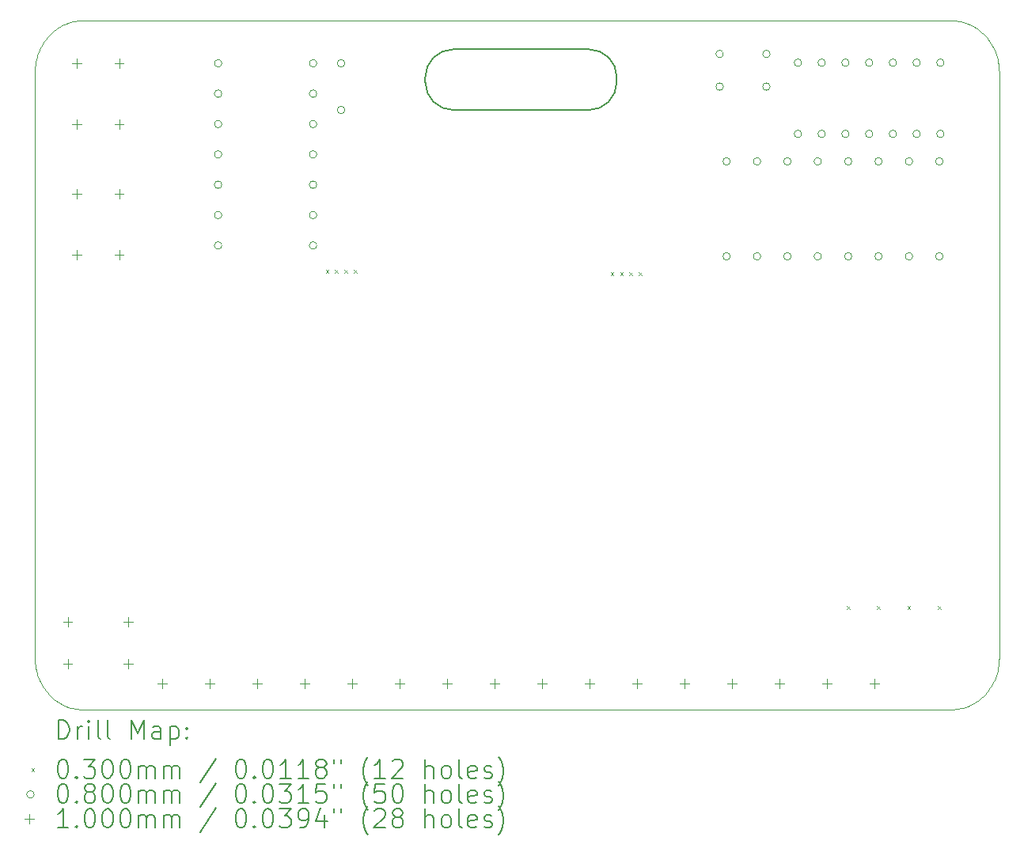
<source format=gbr>
%TF.GenerationSoftware,KiCad,Pcbnew,8.0.1*%
%TF.CreationDate,2024-04-19T02:30:14-04:00*%
%TF.ProjectId,hello-my-name-is,68656c6c-6f2d-46d7-992d-6e616d652d69,rev?*%
%TF.SameCoordinates,Original*%
%TF.FileFunction,Drillmap*%
%TF.FilePolarity,Positive*%
%FSLAX45Y45*%
G04 Gerber Fmt 4.5, Leading zero omitted, Abs format (unit mm)*
G04 Created by KiCad (PCBNEW 8.0.1) date 2024-04-19 02:30:14*
%MOMM*%
%LPD*%
G01*
G04 APERTURE LIST*
%ADD10C,0.200000*%
%ADD11C,0.100000*%
G04 APERTURE END LIST*
D10*
X14500000Y-6800000D02*
G75*
G02*
X14200000Y-6500000I0J300000D01*
G01*
X15950000Y-6150000D02*
G75*
G02*
X16250000Y-6450000I0J-300000D01*
G01*
X14200000Y-6500000D02*
X14200000Y-6450000D01*
X16250000Y-6450000D02*
X16250000Y-6500000D01*
X14200000Y-6450000D02*
G75*
G02*
X14500000Y-6150000I300000J0D01*
G01*
X14500000Y-6150000D02*
X15950000Y-6150000D01*
X15950000Y-6800000D02*
X14500000Y-6800000D01*
X16250000Y-6500000D02*
G75*
G02*
X15950000Y-6800000I-300000J0D01*
G01*
D11*
X19852247Y-5843356D02*
X19878363Y-5845499D01*
X19904099Y-5849027D01*
X19929423Y-5853905D01*
X19954302Y-5860100D01*
X19978705Y-5867575D01*
X20002599Y-5876297D01*
X20025952Y-5886230D01*
X20048731Y-5897340D01*
X20070905Y-5909591D01*
X20092440Y-5922949D01*
X20113304Y-5937379D01*
X20133466Y-5952846D01*
X20152893Y-5969315D01*
X20171552Y-5986752D01*
X20189411Y-6005121D01*
X20206439Y-6024387D01*
X20222602Y-6044517D01*
X20237868Y-6065474D01*
X20252205Y-6087224D01*
X20265581Y-6109732D01*
X20277964Y-6132964D01*
X20289320Y-6156884D01*
X20299619Y-6181458D01*
X20308826Y-6206651D01*
X20316911Y-6232428D01*
X20323841Y-6258753D01*
X20329583Y-6285593D01*
X20334105Y-6312912D01*
X20337375Y-6340676D01*
X20339361Y-6368849D01*
X20340030Y-6397397D01*
X20340030Y-12659985D01*
X20339361Y-12688533D01*
X20337375Y-12716706D01*
X20334105Y-12744470D01*
X20329583Y-12771789D01*
X20323841Y-12798629D01*
X20316911Y-12824954D01*
X20308826Y-12850731D01*
X20299619Y-12875924D01*
X20289320Y-12900497D01*
X20277964Y-12924418D01*
X20265581Y-12947650D01*
X20252205Y-12970158D01*
X20237868Y-12991908D01*
X20222602Y-13012866D01*
X20206439Y-13032995D01*
X20189411Y-13052262D01*
X20171552Y-13070630D01*
X20152893Y-13088067D01*
X20133466Y-13104536D01*
X20113304Y-13120003D01*
X20092440Y-13134433D01*
X20070905Y-13147791D01*
X20048731Y-13160042D01*
X20025952Y-13171152D01*
X20002599Y-13181085D01*
X19978705Y-13189807D01*
X19954302Y-13197282D01*
X19929423Y-13203477D01*
X19904099Y-13208356D01*
X19878363Y-13211884D01*
X19852247Y-13214026D01*
X19825784Y-13214748D01*
X10535527Y-13214748D01*
X10509064Y-13214026D01*
X10482949Y-13211884D01*
X10457213Y-13208356D01*
X10431889Y-13203477D01*
X10407009Y-13197282D01*
X10382606Y-13189807D01*
X10358712Y-13181085D01*
X10335360Y-13171152D01*
X10312580Y-13160042D01*
X10290407Y-13147791D01*
X10268872Y-13134433D01*
X10248008Y-13120003D01*
X10227846Y-13104536D01*
X10208419Y-13088067D01*
X10189760Y-13070630D01*
X10171901Y-13052262D01*
X10154873Y-13032995D01*
X10138710Y-13012866D01*
X10123444Y-12991908D01*
X10109107Y-12970158D01*
X10095731Y-12947650D01*
X10083348Y-12924418D01*
X10071992Y-12900497D01*
X10061693Y-12875924D01*
X10052486Y-12850731D01*
X10044401Y-12824954D01*
X10037471Y-12798629D01*
X10031729Y-12771789D01*
X10027207Y-12744470D01*
X10023936Y-12716706D01*
X10021951Y-12688533D01*
X10021281Y-12659985D01*
X10021281Y-6397397D01*
X10021951Y-6368849D01*
X10023936Y-6340676D01*
X10027207Y-6312912D01*
X10031729Y-6285593D01*
X10037471Y-6258753D01*
X10044401Y-6232428D01*
X10052486Y-6206651D01*
X10061693Y-6181458D01*
X10071992Y-6156884D01*
X10083348Y-6132964D01*
X10095731Y-6109732D01*
X10109107Y-6087224D01*
X10123444Y-6065474D01*
X10138710Y-6044517D01*
X10154873Y-6024387D01*
X10171901Y-6005121D01*
X10189760Y-5986752D01*
X10208419Y-5969315D01*
X10227846Y-5952846D01*
X10248008Y-5937379D01*
X10268872Y-5922949D01*
X10290407Y-5909591D01*
X10312580Y-5897340D01*
X10335360Y-5886230D01*
X10358712Y-5876297D01*
X10382606Y-5867575D01*
X10407009Y-5860100D01*
X10431889Y-5853905D01*
X10457213Y-5849027D01*
X10482949Y-5845499D01*
X10509064Y-5843356D01*
X10535527Y-5842634D01*
X19825784Y-5842634D01*
X19852247Y-5843356D01*
D10*
D11*
X13135000Y-8510000D02*
X13165000Y-8540000D01*
X13165000Y-8510000D02*
X13135000Y-8540000D01*
X13235000Y-8510000D02*
X13265000Y-8540000D01*
X13265000Y-8510000D02*
X13235000Y-8540000D01*
X13335000Y-8510000D02*
X13365000Y-8540000D01*
X13365000Y-8510000D02*
X13335000Y-8540000D01*
X13435000Y-8510000D02*
X13465000Y-8540000D01*
X13465000Y-8510000D02*
X13435000Y-8540000D01*
X16185000Y-8535000D02*
X16215000Y-8565000D01*
X16215000Y-8535000D02*
X16185000Y-8565000D01*
X16285000Y-8535000D02*
X16315000Y-8565000D01*
X16315000Y-8535000D02*
X16285000Y-8565000D01*
X16385000Y-8535000D02*
X16415000Y-8565000D01*
X16415000Y-8535000D02*
X16385000Y-8565000D01*
X16485000Y-8535000D02*
X16515000Y-8565000D01*
X16515000Y-8535000D02*
X16485000Y-8565000D01*
X18710000Y-12110000D02*
X18740000Y-12140000D01*
X18740000Y-12110000D02*
X18710000Y-12140000D01*
X19035000Y-12110000D02*
X19065000Y-12140000D01*
X19065000Y-12110000D02*
X19035000Y-12140000D01*
X19360000Y-12110000D02*
X19390000Y-12140000D01*
X19390000Y-12110000D02*
X19360000Y-12140000D01*
X19685000Y-12110000D02*
X19715000Y-12140000D01*
X19715000Y-12110000D02*
X19685000Y-12140000D01*
X12024000Y-6300000D02*
G75*
G02*
X11944000Y-6300000I-40000J0D01*
G01*
X11944000Y-6300000D02*
G75*
G02*
X12024000Y-6300000I40000J0D01*
G01*
X12024000Y-6625000D02*
G75*
G02*
X11944000Y-6625000I-40000J0D01*
G01*
X11944000Y-6625000D02*
G75*
G02*
X12024000Y-6625000I40000J0D01*
G01*
X12024000Y-6950000D02*
G75*
G02*
X11944000Y-6950000I-40000J0D01*
G01*
X11944000Y-6950000D02*
G75*
G02*
X12024000Y-6950000I40000J0D01*
G01*
X12024000Y-7275000D02*
G75*
G02*
X11944000Y-7275000I-40000J0D01*
G01*
X11944000Y-7275000D02*
G75*
G02*
X12024000Y-7275000I40000J0D01*
G01*
X12024000Y-7600000D02*
G75*
G02*
X11944000Y-7600000I-40000J0D01*
G01*
X11944000Y-7600000D02*
G75*
G02*
X12024000Y-7600000I40000J0D01*
G01*
X12024000Y-7925000D02*
G75*
G02*
X11944000Y-7925000I-40000J0D01*
G01*
X11944000Y-7925000D02*
G75*
G02*
X12024000Y-7925000I40000J0D01*
G01*
X12024000Y-8250000D02*
G75*
G02*
X11944000Y-8250000I-40000J0D01*
G01*
X11944000Y-8250000D02*
G75*
G02*
X12024000Y-8250000I40000J0D01*
G01*
X13040000Y-6300000D02*
G75*
G02*
X12960000Y-6300000I-40000J0D01*
G01*
X12960000Y-6300000D02*
G75*
G02*
X13040000Y-6300000I40000J0D01*
G01*
X13040000Y-6625000D02*
G75*
G02*
X12960000Y-6625000I-40000J0D01*
G01*
X12960000Y-6625000D02*
G75*
G02*
X13040000Y-6625000I40000J0D01*
G01*
X13040000Y-6950000D02*
G75*
G02*
X12960000Y-6950000I-40000J0D01*
G01*
X12960000Y-6950000D02*
G75*
G02*
X13040000Y-6950000I40000J0D01*
G01*
X13040000Y-7275000D02*
G75*
G02*
X12960000Y-7275000I-40000J0D01*
G01*
X12960000Y-7275000D02*
G75*
G02*
X13040000Y-7275000I40000J0D01*
G01*
X13040000Y-7600000D02*
G75*
G02*
X12960000Y-7600000I-40000J0D01*
G01*
X12960000Y-7600000D02*
G75*
G02*
X13040000Y-7600000I40000J0D01*
G01*
X13040000Y-7925000D02*
G75*
G02*
X12960000Y-7925000I-40000J0D01*
G01*
X12960000Y-7925000D02*
G75*
G02*
X13040000Y-7925000I40000J0D01*
G01*
X13040000Y-8250000D02*
G75*
G02*
X12960000Y-8250000I-40000J0D01*
G01*
X12960000Y-8250000D02*
G75*
G02*
X13040000Y-8250000I40000J0D01*
G01*
X13340000Y-6300000D02*
G75*
G02*
X13260000Y-6300000I-40000J0D01*
G01*
X13260000Y-6300000D02*
G75*
G02*
X13340000Y-6300000I40000J0D01*
G01*
X13340000Y-6800000D02*
G75*
G02*
X13260000Y-6800000I-40000J0D01*
G01*
X13260000Y-6800000D02*
G75*
G02*
X13340000Y-6800000I40000J0D01*
G01*
X17390000Y-6200000D02*
G75*
G02*
X17310000Y-6200000I-40000J0D01*
G01*
X17310000Y-6200000D02*
G75*
G02*
X17390000Y-6200000I40000J0D01*
G01*
X17390000Y-6550000D02*
G75*
G02*
X17310000Y-6550000I-40000J0D01*
G01*
X17310000Y-6550000D02*
G75*
G02*
X17390000Y-6550000I40000J0D01*
G01*
X17465000Y-7350000D02*
G75*
G02*
X17385000Y-7350000I-40000J0D01*
G01*
X17385000Y-7350000D02*
G75*
G02*
X17465000Y-7350000I40000J0D01*
G01*
X17465000Y-8366000D02*
G75*
G02*
X17385000Y-8366000I-40000J0D01*
G01*
X17385000Y-8366000D02*
G75*
G02*
X17465000Y-8366000I40000J0D01*
G01*
X17790000Y-7350000D02*
G75*
G02*
X17710000Y-7350000I-40000J0D01*
G01*
X17710000Y-7350000D02*
G75*
G02*
X17790000Y-7350000I40000J0D01*
G01*
X17790000Y-8366000D02*
G75*
G02*
X17710000Y-8366000I-40000J0D01*
G01*
X17710000Y-8366000D02*
G75*
G02*
X17790000Y-8366000I40000J0D01*
G01*
X17890000Y-6200000D02*
G75*
G02*
X17810000Y-6200000I-40000J0D01*
G01*
X17810000Y-6200000D02*
G75*
G02*
X17890000Y-6200000I40000J0D01*
G01*
X17890000Y-6550000D02*
G75*
G02*
X17810000Y-6550000I-40000J0D01*
G01*
X17810000Y-6550000D02*
G75*
G02*
X17890000Y-6550000I40000J0D01*
G01*
X18115000Y-7350000D02*
G75*
G02*
X18035000Y-7350000I-40000J0D01*
G01*
X18035000Y-7350000D02*
G75*
G02*
X18115000Y-7350000I40000J0D01*
G01*
X18115000Y-8366000D02*
G75*
G02*
X18035000Y-8366000I-40000J0D01*
G01*
X18035000Y-8366000D02*
G75*
G02*
X18115000Y-8366000I40000J0D01*
G01*
X18227500Y-6293000D02*
G75*
G02*
X18147500Y-6293000I-40000J0D01*
G01*
X18147500Y-6293000D02*
G75*
G02*
X18227500Y-6293000I40000J0D01*
G01*
X18227500Y-7055000D02*
G75*
G02*
X18147500Y-7055000I-40000J0D01*
G01*
X18147500Y-7055000D02*
G75*
G02*
X18227500Y-7055000I40000J0D01*
G01*
X18440000Y-7350000D02*
G75*
G02*
X18360000Y-7350000I-40000J0D01*
G01*
X18360000Y-7350000D02*
G75*
G02*
X18440000Y-7350000I40000J0D01*
G01*
X18440000Y-8366000D02*
G75*
G02*
X18360000Y-8366000I-40000J0D01*
G01*
X18360000Y-8366000D02*
G75*
G02*
X18440000Y-8366000I40000J0D01*
G01*
X18481500Y-6293000D02*
G75*
G02*
X18401500Y-6293000I-40000J0D01*
G01*
X18401500Y-6293000D02*
G75*
G02*
X18481500Y-6293000I40000J0D01*
G01*
X18481500Y-7055000D02*
G75*
G02*
X18401500Y-7055000I-40000J0D01*
G01*
X18401500Y-7055000D02*
G75*
G02*
X18481500Y-7055000I40000J0D01*
G01*
X18735500Y-6293000D02*
G75*
G02*
X18655500Y-6293000I-40000J0D01*
G01*
X18655500Y-6293000D02*
G75*
G02*
X18735500Y-6293000I40000J0D01*
G01*
X18735500Y-7055000D02*
G75*
G02*
X18655500Y-7055000I-40000J0D01*
G01*
X18655500Y-7055000D02*
G75*
G02*
X18735500Y-7055000I40000J0D01*
G01*
X18765000Y-7350000D02*
G75*
G02*
X18685000Y-7350000I-40000J0D01*
G01*
X18685000Y-7350000D02*
G75*
G02*
X18765000Y-7350000I40000J0D01*
G01*
X18765000Y-8366000D02*
G75*
G02*
X18685000Y-8366000I-40000J0D01*
G01*
X18685000Y-8366000D02*
G75*
G02*
X18765000Y-8366000I40000J0D01*
G01*
X18989500Y-6293000D02*
G75*
G02*
X18909500Y-6293000I-40000J0D01*
G01*
X18909500Y-6293000D02*
G75*
G02*
X18989500Y-6293000I40000J0D01*
G01*
X18989500Y-7055000D02*
G75*
G02*
X18909500Y-7055000I-40000J0D01*
G01*
X18909500Y-7055000D02*
G75*
G02*
X18989500Y-7055000I40000J0D01*
G01*
X19090000Y-7350000D02*
G75*
G02*
X19010000Y-7350000I-40000J0D01*
G01*
X19010000Y-7350000D02*
G75*
G02*
X19090000Y-7350000I40000J0D01*
G01*
X19090000Y-8366000D02*
G75*
G02*
X19010000Y-8366000I-40000J0D01*
G01*
X19010000Y-8366000D02*
G75*
G02*
X19090000Y-8366000I40000J0D01*
G01*
X19243500Y-6293000D02*
G75*
G02*
X19163500Y-6293000I-40000J0D01*
G01*
X19163500Y-6293000D02*
G75*
G02*
X19243500Y-6293000I40000J0D01*
G01*
X19243500Y-7055000D02*
G75*
G02*
X19163500Y-7055000I-40000J0D01*
G01*
X19163500Y-7055000D02*
G75*
G02*
X19243500Y-7055000I40000J0D01*
G01*
X19415000Y-7350000D02*
G75*
G02*
X19335000Y-7350000I-40000J0D01*
G01*
X19335000Y-7350000D02*
G75*
G02*
X19415000Y-7350000I40000J0D01*
G01*
X19415000Y-8366000D02*
G75*
G02*
X19335000Y-8366000I-40000J0D01*
G01*
X19335000Y-8366000D02*
G75*
G02*
X19415000Y-8366000I40000J0D01*
G01*
X19497500Y-6293000D02*
G75*
G02*
X19417500Y-6293000I-40000J0D01*
G01*
X19417500Y-6293000D02*
G75*
G02*
X19497500Y-6293000I40000J0D01*
G01*
X19497500Y-7055000D02*
G75*
G02*
X19417500Y-7055000I-40000J0D01*
G01*
X19417500Y-7055000D02*
G75*
G02*
X19497500Y-7055000I40000J0D01*
G01*
X19740000Y-7350000D02*
G75*
G02*
X19660000Y-7350000I-40000J0D01*
G01*
X19660000Y-7350000D02*
G75*
G02*
X19740000Y-7350000I40000J0D01*
G01*
X19740000Y-8366000D02*
G75*
G02*
X19660000Y-8366000I-40000J0D01*
G01*
X19660000Y-8366000D02*
G75*
G02*
X19740000Y-8366000I40000J0D01*
G01*
X19751500Y-6293000D02*
G75*
G02*
X19671500Y-6293000I-40000J0D01*
G01*
X19671500Y-6293000D02*
G75*
G02*
X19751500Y-6293000I40000J0D01*
G01*
X19751500Y-7055000D02*
G75*
G02*
X19671500Y-7055000I-40000J0D01*
G01*
X19671500Y-7055000D02*
G75*
G02*
X19751500Y-7055000I40000J0D01*
G01*
X10375000Y-12225000D02*
X10375000Y-12325000D01*
X10325000Y-12275000D02*
X10425000Y-12275000D01*
X10375000Y-12675000D02*
X10375000Y-12775000D01*
X10325000Y-12725000D02*
X10425000Y-12725000D01*
X10475000Y-6250000D02*
X10475000Y-6350000D01*
X10425000Y-6300000D02*
X10525000Y-6300000D01*
X10475000Y-6900000D02*
X10475000Y-7000000D01*
X10425000Y-6950000D02*
X10525000Y-6950000D01*
X10475000Y-7650000D02*
X10475000Y-7750000D01*
X10425000Y-7700000D02*
X10525000Y-7700000D01*
X10475000Y-8300000D02*
X10475000Y-8400000D01*
X10425000Y-8350000D02*
X10525000Y-8350000D01*
X10925000Y-6250000D02*
X10925000Y-6350000D01*
X10875000Y-6300000D02*
X10975000Y-6300000D01*
X10925000Y-6900000D02*
X10925000Y-7000000D01*
X10875000Y-6950000D02*
X10975000Y-6950000D01*
X10925000Y-7650000D02*
X10925000Y-7750000D01*
X10875000Y-7700000D02*
X10975000Y-7700000D01*
X10925000Y-8300000D02*
X10925000Y-8400000D01*
X10875000Y-8350000D02*
X10975000Y-8350000D01*
X11025000Y-12225000D02*
X11025000Y-12325000D01*
X10975000Y-12275000D02*
X11075000Y-12275000D01*
X11025000Y-12675000D02*
X11025000Y-12775000D01*
X10975000Y-12725000D02*
X11075000Y-12725000D01*
X11386000Y-12890000D02*
X11386000Y-12990000D01*
X11336000Y-12940000D02*
X11436000Y-12940000D01*
X11894000Y-12890000D02*
X11894000Y-12990000D01*
X11844000Y-12940000D02*
X11944000Y-12940000D01*
X12402000Y-12890000D02*
X12402000Y-12990000D01*
X12352000Y-12940000D02*
X12452000Y-12940000D01*
X12910000Y-12890000D02*
X12910000Y-12990000D01*
X12860000Y-12940000D02*
X12960000Y-12940000D01*
X13418000Y-12890000D02*
X13418000Y-12990000D01*
X13368000Y-12940000D02*
X13468000Y-12940000D01*
X13926000Y-12890000D02*
X13926000Y-12990000D01*
X13876000Y-12940000D02*
X13976000Y-12940000D01*
X14434000Y-12890000D02*
X14434000Y-12990000D01*
X14384000Y-12940000D02*
X14484000Y-12940000D01*
X14942000Y-12890000D02*
X14942000Y-12990000D01*
X14892000Y-12940000D02*
X14992000Y-12940000D01*
X15450000Y-12890000D02*
X15450000Y-12990000D01*
X15400000Y-12940000D02*
X15500000Y-12940000D01*
X15958000Y-12890000D02*
X15958000Y-12990000D01*
X15908000Y-12940000D02*
X16008000Y-12940000D01*
X16466000Y-12890000D02*
X16466000Y-12990000D01*
X16416000Y-12940000D02*
X16516000Y-12940000D01*
X16974000Y-12890000D02*
X16974000Y-12990000D01*
X16924000Y-12940000D02*
X17024000Y-12940000D01*
X17482000Y-12890000D02*
X17482000Y-12990000D01*
X17432000Y-12940000D02*
X17532000Y-12940000D01*
X17990000Y-12890000D02*
X17990000Y-12990000D01*
X17940000Y-12940000D02*
X18040000Y-12940000D01*
X18498000Y-12890000D02*
X18498000Y-12990000D01*
X18448000Y-12940000D02*
X18548000Y-12940000D01*
X19006000Y-12890000D02*
X19006000Y-12990000D01*
X18956000Y-12940000D02*
X19056000Y-12940000D01*
D10*
X10277058Y-13531232D02*
X10277058Y-13331232D01*
X10277058Y-13331232D02*
X10324677Y-13331232D01*
X10324677Y-13331232D02*
X10353249Y-13340755D01*
X10353249Y-13340755D02*
X10372296Y-13359803D01*
X10372296Y-13359803D02*
X10381820Y-13378851D01*
X10381820Y-13378851D02*
X10391344Y-13416946D01*
X10391344Y-13416946D02*
X10391344Y-13445517D01*
X10391344Y-13445517D02*
X10381820Y-13483613D01*
X10381820Y-13483613D02*
X10372296Y-13502660D01*
X10372296Y-13502660D02*
X10353249Y-13521708D01*
X10353249Y-13521708D02*
X10324677Y-13531232D01*
X10324677Y-13531232D02*
X10277058Y-13531232D01*
X10477058Y-13531232D02*
X10477058Y-13397898D01*
X10477058Y-13435994D02*
X10486582Y-13416946D01*
X10486582Y-13416946D02*
X10496106Y-13407422D01*
X10496106Y-13407422D02*
X10515153Y-13397898D01*
X10515153Y-13397898D02*
X10534201Y-13397898D01*
X10600868Y-13531232D02*
X10600868Y-13397898D01*
X10600868Y-13331232D02*
X10591344Y-13340755D01*
X10591344Y-13340755D02*
X10600868Y-13350279D01*
X10600868Y-13350279D02*
X10610392Y-13340755D01*
X10610392Y-13340755D02*
X10600868Y-13331232D01*
X10600868Y-13331232D02*
X10600868Y-13350279D01*
X10724677Y-13531232D02*
X10705630Y-13521708D01*
X10705630Y-13521708D02*
X10696106Y-13502660D01*
X10696106Y-13502660D02*
X10696106Y-13331232D01*
X10829439Y-13531232D02*
X10810392Y-13521708D01*
X10810392Y-13521708D02*
X10800868Y-13502660D01*
X10800868Y-13502660D02*
X10800868Y-13331232D01*
X11058011Y-13531232D02*
X11058011Y-13331232D01*
X11058011Y-13331232D02*
X11124677Y-13474089D01*
X11124677Y-13474089D02*
X11191344Y-13331232D01*
X11191344Y-13331232D02*
X11191344Y-13531232D01*
X11372296Y-13531232D02*
X11372296Y-13426470D01*
X11372296Y-13426470D02*
X11362772Y-13407422D01*
X11362772Y-13407422D02*
X11343725Y-13397898D01*
X11343725Y-13397898D02*
X11305630Y-13397898D01*
X11305630Y-13397898D02*
X11286582Y-13407422D01*
X11372296Y-13521708D02*
X11353249Y-13531232D01*
X11353249Y-13531232D02*
X11305630Y-13531232D01*
X11305630Y-13531232D02*
X11286582Y-13521708D01*
X11286582Y-13521708D02*
X11277058Y-13502660D01*
X11277058Y-13502660D02*
X11277058Y-13483613D01*
X11277058Y-13483613D02*
X11286582Y-13464565D01*
X11286582Y-13464565D02*
X11305630Y-13455041D01*
X11305630Y-13455041D02*
X11353249Y-13455041D01*
X11353249Y-13455041D02*
X11372296Y-13445517D01*
X11467534Y-13397898D02*
X11467534Y-13597898D01*
X11467534Y-13407422D02*
X11486582Y-13397898D01*
X11486582Y-13397898D02*
X11524677Y-13397898D01*
X11524677Y-13397898D02*
X11543725Y-13407422D01*
X11543725Y-13407422D02*
X11553249Y-13416946D01*
X11553249Y-13416946D02*
X11562772Y-13435994D01*
X11562772Y-13435994D02*
X11562772Y-13493136D01*
X11562772Y-13493136D02*
X11553249Y-13512184D01*
X11553249Y-13512184D02*
X11543725Y-13521708D01*
X11543725Y-13521708D02*
X11524677Y-13531232D01*
X11524677Y-13531232D02*
X11486582Y-13531232D01*
X11486582Y-13531232D02*
X11467534Y-13521708D01*
X11648487Y-13512184D02*
X11658011Y-13521708D01*
X11658011Y-13521708D02*
X11648487Y-13531232D01*
X11648487Y-13531232D02*
X11638963Y-13521708D01*
X11638963Y-13521708D02*
X11648487Y-13512184D01*
X11648487Y-13512184D02*
X11648487Y-13531232D01*
X11648487Y-13407422D02*
X11658011Y-13416946D01*
X11658011Y-13416946D02*
X11648487Y-13426470D01*
X11648487Y-13426470D02*
X11638963Y-13416946D01*
X11638963Y-13416946D02*
X11648487Y-13407422D01*
X11648487Y-13407422D02*
X11648487Y-13426470D01*
D11*
X9986281Y-13844748D02*
X10016281Y-13874748D01*
X10016281Y-13844748D02*
X9986281Y-13874748D01*
D10*
X10315153Y-13751232D02*
X10334201Y-13751232D01*
X10334201Y-13751232D02*
X10353249Y-13760755D01*
X10353249Y-13760755D02*
X10362773Y-13770279D01*
X10362773Y-13770279D02*
X10372296Y-13789327D01*
X10372296Y-13789327D02*
X10381820Y-13827422D01*
X10381820Y-13827422D02*
X10381820Y-13875041D01*
X10381820Y-13875041D02*
X10372296Y-13913136D01*
X10372296Y-13913136D02*
X10362773Y-13932184D01*
X10362773Y-13932184D02*
X10353249Y-13941708D01*
X10353249Y-13941708D02*
X10334201Y-13951232D01*
X10334201Y-13951232D02*
X10315153Y-13951232D01*
X10315153Y-13951232D02*
X10296106Y-13941708D01*
X10296106Y-13941708D02*
X10286582Y-13932184D01*
X10286582Y-13932184D02*
X10277058Y-13913136D01*
X10277058Y-13913136D02*
X10267534Y-13875041D01*
X10267534Y-13875041D02*
X10267534Y-13827422D01*
X10267534Y-13827422D02*
X10277058Y-13789327D01*
X10277058Y-13789327D02*
X10286582Y-13770279D01*
X10286582Y-13770279D02*
X10296106Y-13760755D01*
X10296106Y-13760755D02*
X10315153Y-13751232D01*
X10467534Y-13932184D02*
X10477058Y-13941708D01*
X10477058Y-13941708D02*
X10467534Y-13951232D01*
X10467534Y-13951232D02*
X10458011Y-13941708D01*
X10458011Y-13941708D02*
X10467534Y-13932184D01*
X10467534Y-13932184D02*
X10467534Y-13951232D01*
X10543725Y-13751232D02*
X10667534Y-13751232D01*
X10667534Y-13751232D02*
X10600868Y-13827422D01*
X10600868Y-13827422D02*
X10629439Y-13827422D01*
X10629439Y-13827422D02*
X10648487Y-13836946D01*
X10648487Y-13836946D02*
X10658011Y-13846470D01*
X10658011Y-13846470D02*
X10667534Y-13865517D01*
X10667534Y-13865517D02*
X10667534Y-13913136D01*
X10667534Y-13913136D02*
X10658011Y-13932184D01*
X10658011Y-13932184D02*
X10648487Y-13941708D01*
X10648487Y-13941708D02*
X10629439Y-13951232D01*
X10629439Y-13951232D02*
X10572296Y-13951232D01*
X10572296Y-13951232D02*
X10553249Y-13941708D01*
X10553249Y-13941708D02*
X10543725Y-13932184D01*
X10791344Y-13751232D02*
X10810392Y-13751232D01*
X10810392Y-13751232D02*
X10829439Y-13760755D01*
X10829439Y-13760755D02*
X10838963Y-13770279D01*
X10838963Y-13770279D02*
X10848487Y-13789327D01*
X10848487Y-13789327D02*
X10858011Y-13827422D01*
X10858011Y-13827422D02*
X10858011Y-13875041D01*
X10858011Y-13875041D02*
X10848487Y-13913136D01*
X10848487Y-13913136D02*
X10838963Y-13932184D01*
X10838963Y-13932184D02*
X10829439Y-13941708D01*
X10829439Y-13941708D02*
X10810392Y-13951232D01*
X10810392Y-13951232D02*
X10791344Y-13951232D01*
X10791344Y-13951232D02*
X10772296Y-13941708D01*
X10772296Y-13941708D02*
X10762773Y-13932184D01*
X10762773Y-13932184D02*
X10753249Y-13913136D01*
X10753249Y-13913136D02*
X10743725Y-13875041D01*
X10743725Y-13875041D02*
X10743725Y-13827422D01*
X10743725Y-13827422D02*
X10753249Y-13789327D01*
X10753249Y-13789327D02*
X10762773Y-13770279D01*
X10762773Y-13770279D02*
X10772296Y-13760755D01*
X10772296Y-13760755D02*
X10791344Y-13751232D01*
X10981820Y-13751232D02*
X11000868Y-13751232D01*
X11000868Y-13751232D02*
X11019915Y-13760755D01*
X11019915Y-13760755D02*
X11029439Y-13770279D01*
X11029439Y-13770279D02*
X11038963Y-13789327D01*
X11038963Y-13789327D02*
X11048487Y-13827422D01*
X11048487Y-13827422D02*
X11048487Y-13875041D01*
X11048487Y-13875041D02*
X11038963Y-13913136D01*
X11038963Y-13913136D02*
X11029439Y-13932184D01*
X11029439Y-13932184D02*
X11019915Y-13941708D01*
X11019915Y-13941708D02*
X11000868Y-13951232D01*
X11000868Y-13951232D02*
X10981820Y-13951232D01*
X10981820Y-13951232D02*
X10962773Y-13941708D01*
X10962773Y-13941708D02*
X10953249Y-13932184D01*
X10953249Y-13932184D02*
X10943725Y-13913136D01*
X10943725Y-13913136D02*
X10934201Y-13875041D01*
X10934201Y-13875041D02*
X10934201Y-13827422D01*
X10934201Y-13827422D02*
X10943725Y-13789327D01*
X10943725Y-13789327D02*
X10953249Y-13770279D01*
X10953249Y-13770279D02*
X10962773Y-13760755D01*
X10962773Y-13760755D02*
X10981820Y-13751232D01*
X11134201Y-13951232D02*
X11134201Y-13817898D01*
X11134201Y-13836946D02*
X11143725Y-13827422D01*
X11143725Y-13827422D02*
X11162773Y-13817898D01*
X11162773Y-13817898D02*
X11191344Y-13817898D01*
X11191344Y-13817898D02*
X11210392Y-13827422D01*
X11210392Y-13827422D02*
X11219915Y-13846470D01*
X11219915Y-13846470D02*
X11219915Y-13951232D01*
X11219915Y-13846470D02*
X11229439Y-13827422D01*
X11229439Y-13827422D02*
X11248487Y-13817898D01*
X11248487Y-13817898D02*
X11277058Y-13817898D01*
X11277058Y-13817898D02*
X11296106Y-13827422D01*
X11296106Y-13827422D02*
X11305630Y-13846470D01*
X11305630Y-13846470D02*
X11305630Y-13951232D01*
X11400868Y-13951232D02*
X11400868Y-13817898D01*
X11400868Y-13836946D02*
X11410392Y-13827422D01*
X11410392Y-13827422D02*
X11429439Y-13817898D01*
X11429439Y-13817898D02*
X11458011Y-13817898D01*
X11458011Y-13817898D02*
X11477058Y-13827422D01*
X11477058Y-13827422D02*
X11486582Y-13846470D01*
X11486582Y-13846470D02*
X11486582Y-13951232D01*
X11486582Y-13846470D02*
X11496106Y-13827422D01*
X11496106Y-13827422D02*
X11515153Y-13817898D01*
X11515153Y-13817898D02*
X11543725Y-13817898D01*
X11543725Y-13817898D02*
X11562773Y-13827422D01*
X11562773Y-13827422D02*
X11572296Y-13846470D01*
X11572296Y-13846470D02*
X11572296Y-13951232D01*
X11962773Y-13741708D02*
X11791344Y-13998851D01*
X12219915Y-13751232D02*
X12238963Y-13751232D01*
X12238963Y-13751232D02*
X12258011Y-13760755D01*
X12258011Y-13760755D02*
X12267535Y-13770279D01*
X12267535Y-13770279D02*
X12277058Y-13789327D01*
X12277058Y-13789327D02*
X12286582Y-13827422D01*
X12286582Y-13827422D02*
X12286582Y-13875041D01*
X12286582Y-13875041D02*
X12277058Y-13913136D01*
X12277058Y-13913136D02*
X12267535Y-13932184D01*
X12267535Y-13932184D02*
X12258011Y-13941708D01*
X12258011Y-13941708D02*
X12238963Y-13951232D01*
X12238963Y-13951232D02*
X12219915Y-13951232D01*
X12219915Y-13951232D02*
X12200868Y-13941708D01*
X12200868Y-13941708D02*
X12191344Y-13932184D01*
X12191344Y-13932184D02*
X12181820Y-13913136D01*
X12181820Y-13913136D02*
X12172296Y-13875041D01*
X12172296Y-13875041D02*
X12172296Y-13827422D01*
X12172296Y-13827422D02*
X12181820Y-13789327D01*
X12181820Y-13789327D02*
X12191344Y-13770279D01*
X12191344Y-13770279D02*
X12200868Y-13760755D01*
X12200868Y-13760755D02*
X12219915Y-13751232D01*
X12372296Y-13932184D02*
X12381820Y-13941708D01*
X12381820Y-13941708D02*
X12372296Y-13951232D01*
X12372296Y-13951232D02*
X12362773Y-13941708D01*
X12362773Y-13941708D02*
X12372296Y-13932184D01*
X12372296Y-13932184D02*
X12372296Y-13951232D01*
X12505630Y-13751232D02*
X12524677Y-13751232D01*
X12524677Y-13751232D02*
X12543725Y-13760755D01*
X12543725Y-13760755D02*
X12553249Y-13770279D01*
X12553249Y-13770279D02*
X12562773Y-13789327D01*
X12562773Y-13789327D02*
X12572296Y-13827422D01*
X12572296Y-13827422D02*
X12572296Y-13875041D01*
X12572296Y-13875041D02*
X12562773Y-13913136D01*
X12562773Y-13913136D02*
X12553249Y-13932184D01*
X12553249Y-13932184D02*
X12543725Y-13941708D01*
X12543725Y-13941708D02*
X12524677Y-13951232D01*
X12524677Y-13951232D02*
X12505630Y-13951232D01*
X12505630Y-13951232D02*
X12486582Y-13941708D01*
X12486582Y-13941708D02*
X12477058Y-13932184D01*
X12477058Y-13932184D02*
X12467535Y-13913136D01*
X12467535Y-13913136D02*
X12458011Y-13875041D01*
X12458011Y-13875041D02*
X12458011Y-13827422D01*
X12458011Y-13827422D02*
X12467535Y-13789327D01*
X12467535Y-13789327D02*
X12477058Y-13770279D01*
X12477058Y-13770279D02*
X12486582Y-13760755D01*
X12486582Y-13760755D02*
X12505630Y-13751232D01*
X12762773Y-13951232D02*
X12648487Y-13951232D01*
X12705630Y-13951232D02*
X12705630Y-13751232D01*
X12705630Y-13751232D02*
X12686582Y-13779803D01*
X12686582Y-13779803D02*
X12667535Y-13798851D01*
X12667535Y-13798851D02*
X12648487Y-13808374D01*
X12953249Y-13951232D02*
X12838963Y-13951232D01*
X12896106Y-13951232D02*
X12896106Y-13751232D01*
X12896106Y-13751232D02*
X12877058Y-13779803D01*
X12877058Y-13779803D02*
X12858011Y-13798851D01*
X12858011Y-13798851D02*
X12838963Y-13808374D01*
X13067535Y-13836946D02*
X13048487Y-13827422D01*
X13048487Y-13827422D02*
X13038963Y-13817898D01*
X13038963Y-13817898D02*
X13029439Y-13798851D01*
X13029439Y-13798851D02*
X13029439Y-13789327D01*
X13029439Y-13789327D02*
X13038963Y-13770279D01*
X13038963Y-13770279D02*
X13048487Y-13760755D01*
X13048487Y-13760755D02*
X13067535Y-13751232D01*
X13067535Y-13751232D02*
X13105630Y-13751232D01*
X13105630Y-13751232D02*
X13124677Y-13760755D01*
X13124677Y-13760755D02*
X13134201Y-13770279D01*
X13134201Y-13770279D02*
X13143725Y-13789327D01*
X13143725Y-13789327D02*
X13143725Y-13798851D01*
X13143725Y-13798851D02*
X13134201Y-13817898D01*
X13134201Y-13817898D02*
X13124677Y-13827422D01*
X13124677Y-13827422D02*
X13105630Y-13836946D01*
X13105630Y-13836946D02*
X13067535Y-13836946D01*
X13067535Y-13836946D02*
X13048487Y-13846470D01*
X13048487Y-13846470D02*
X13038963Y-13855994D01*
X13038963Y-13855994D02*
X13029439Y-13875041D01*
X13029439Y-13875041D02*
X13029439Y-13913136D01*
X13029439Y-13913136D02*
X13038963Y-13932184D01*
X13038963Y-13932184D02*
X13048487Y-13941708D01*
X13048487Y-13941708D02*
X13067535Y-13951232D01*
X13067535Y-13951232D02*
X13105630Y-13951232D01*
X13105630Y-13951232D02*
X13124677Y-13941708D01*
X13124677Y-13941708D02*
X13134201Y-13932184D01*
X13134201Y-13932184D02*
X13143725Y-13913136D01*
X13143725Y-13913136D02*
X13143725Y-13875041D01*
X13143725Y-13875041D02*
X13134201Y-13855994D01*
X13134201Y-13855994D02*
X13124677Y-13846470D01*
X13124677Y-13846470D02*
X13105630Y-13836946D01*
X13219916Y-13751232D02*
X13219916Y-13789327D01*
X13296106Y-13751232D02*
X13296106Y-13789327D01*
X13591344Y-14027422D02*
X13581820Y-14017898D01*
X13581820Y-14017898D02*
X13562773Y-13989327D01*
X13562773Y-13989327D02*
X13553249Y-13970279D01*
X13553249Y-13970279D02*
X13543725Y-13941708D01*
X13543725Y-13941708D02*
X13534201Y-13894089D01*
X13534201Y-13894089D02*
X13534201Y-13855994D01*
X13534201Y-13855994D02*
X13543725Y-13808374D01*
X13543725Y-13808374D02*
X13553249Y-13779803D01*
X13553249Y-13779803D02*
X13562773Y-13760755D01*
X13562773Y-13760755D02*
X13581820Y-13732184D01*
X13581820Y-13732184D02*
X13591344Y-13722660D01*
X13772297Y-13951232D02*
X13658011Y-13951232D01*
X13715154Y-13951232D02*
X13715154Y-13751232D01*
X13715154Y-13751232D02*
X13696106Y-13779803D01*
X13696106Y-13779803D02*
X13677058Y-13798851D01*
X13677058Y-13798851D02*
X13658011Y-13808374D01*
X13848487Y-13770279D02*
X13858011Y-13760755D01*
X13858011Y-13760755D02*
X13877058Y-13751232D01*
X13877058Y-13751232D02*
X13924678Y-13751232D01*
X13924678Y-13751232D02*
X13943725Y-13760755D01*
X13943725Y-13760755D02*
X13953249Y-13770279D01*
X13953249Y-13770279D02*
X13962773Y-13789327D01*
X13962773Y-13789327D02*
X13962773Y-13808374D01*
X13962773Y-13808374D02*
X13953249Y-13836946D01*
X13953249Y-13836946D02*
X13838963Y-13951232D01*
X13838963Y-13951232D02*
X13962773Y-13951232D01*
X14200868Y-13951232D02*
X14200868Y-13751232D01*
X14286582Y-13951232D02*
X14286582Y-13846470D01*
X14286582Y-13846470D02*
X14277059Y-13827422D01*
X14277059Y-13827422D02*
X14258011Y-13817898D01*
X14258011Y-13817898D02*
X14229439Y-13817898D01*
X14229439Y-13817898D02*
X14210392Y-13827422D01*
X14210392Y-13827422D02*
X14200868Y-13836946D01*
X14410392Y-13951232D02*
X14391344Y-13941708D01*
X14391344Y-13941708D02*
X14381820Y-13932184D01*
X14381820Y-13932184D02*
X14372297Y-13913136D01*
X14372297Y-13913136D02*
X14372297Y-13855994D01*
X14372297Y-13855994D02*
X14381820Y-13836946D01*
X14381820Y-13836946D02*
X14391344Y-13827422D01*
X14391344Y-13827422D02*
X14410392Y-13817898D01*
X14410392Y-13817898D02*
X14438963Y-13817898D01*
X14438963Y-13817898D02*
X14458011Y-13827422D01*
X14458011Y-13827422D02*
X14467535Y-13836946D01*
X14467535Y-13836946D02*
X14477059Y-13855994D01*
X14477059Y-13855994D02*
X14477059Y-13913136D01*
X14477059Y-13913136D02*
X14467535Y-13932184D01*
X14467535Y-13932184D02*
X14458011Y-13941708D01*
X14458011Y-13941708D02*
X14438963Y-13951232D01*
X14438963Y-13951232D02*
X14410392Y-13951232D01*
X14591344Y-13951232D02*
X14572297Y-13941708D01*
X14572297Y-13941708D02*
X14562773Y-13922660D01*
X14562773Y-13922660D02*
X14562773Y-13751232D01*
X14743725Y-13941708D02*
X14724678Y-13951232D01*
X14724678Y-13951232D02*
X14686582Y-13951232D01*
X14686582Y-13951232D02*
X14667535Y-13941708D01*
X14667535Y-13941708D02*
X14658011Y-13922660D01*
X14658011Y-13922660D02*
X14658011Y-13846470D01*
X14658011Y-13846470D02*
X14667535Y-13827422D01*
X14667535Y-13827422D02*
X14686582Y-13817898D01*
X14686582Y-13817898D02*
X14724678Y-13817898D01*
X14724678Y-13817898D02*
X14743725Y-13827422D01*
X14743725Y-13827422D02*
X14753249Y-13846470D01*
X14753249Y-13846470D02*
X14753249Y-13865517D01*
X14753249Y-13865517D02*
X14658011Y-13884565D01*
X14829440Y-13941708D02*
X14848487Y-13951232D01*
X14848487Y-13951232D02*
X14886582Y-13951232D01*
X14886582Y-13951232D02*
X14905630Y-13941708D01*
X14905630Y-13941708D02*
X14915154Y-13922660D01*
X14915154Y-13922660D02*
X14915154Y-13913136D01*
X14915154Y-13913136D02*
X14905630Y-13894089D01*
X14905630Y-13894089D02*
X14886582Y-13884565D01*
X14886582Y-13884565D02*
X14858011Y-13884565D01*
X14858011Y-13884565D02*
X14838963Y-13875041D01*
X14838963Y-13875041D02*
X14829440Y-13855994D01*
X14829440Y-13855994D02*
X14829440Y-13846470D01*
X14829440Y-13846470D02*
X14838963Y-13827422D01*
X14838963Y-13827422D02*
X14858011Y-13817898D01*
X14858011Y-13817898D02*
X14886582Y-13817898D01*
X14886582Y-13817898D02*
X14905630Y-13827422D01*
X14981821Y-14027422D02*
X14991344Y-14017898D01*
X14991344Y-14017898D02*
X15010392Y-13989327D01*
X15010392Y-13989327D02*
X15019916Y-13970279D01*
X15019916Y-13970279D02*
X15029440Y-13941708D01*
X15029440Y-13941708D02*
X15038963Y-13894089D01*
X15038963Y-13894089D02*
X15038963Y-13855994D01*
X15038963Y-13855994D02*
X15029440Y-13808374D01*
X15029440Y-13808374D02*
X15019916Y-13779803D01*
X15019916Y-13779803D02*
X15010392Y-13760755D01*
X15010392Y-13760755D02*
X14991344Y-13732184D01*
X14991344Y-13732184D02*
X14981821Y-13722660D01*
D11*
X10016281Y-14123748D02*
G75*
G02*
X9936281Y-14123748I-40000J0D01*
G01*
X9936281Y-14123748D02*
G75*
G02*
X10016281Y-14123748I40000J0D01*
G01*
D10*
X10315153Y-14015232D02*
X10334201Y-14015232D01*
X10334201Y-14015232D02*
X10353249Y-14024755D01*
X10353249Y-14024755D02*
X10362773Y-14034279D01*
X10362773Y-14034279D02*
X10372296Y-14053327D01*
X10372296Y-14053327D02*
X10381820Y-14091422D01*
X10381820Y-14091422D02*
X10381820Y-14139041D01*
X10381820Y-14139041D02*
X10372296Y-14177136D01*
X10372296Y-14177136D02*
X10362773Y-14196184D01*
X10362773Y-14196184D02*
X10353249Y-14205708D01*
X10353249Y-14205708D02*
X10334201Y-14215232D01*
X10334201Y-14215232D02*
X10315153Y-14215232D01*
X10315153Y-14215232D02*
X10296106Y-14205708D01*
X10296106Y-14205708D02*
X10286582Y-14196184D01*
X10286582Y-14196184D02*
X10277058Y-14177136D01*
X10277058Y-14177136D02*
X10267534Y-14139041D01*
X10267534Y-14139041D02*
X10267534Y-14091422D01*
X10267534Y-14091422D02*
X10277058Y-14053327D01*
X10277058Y-14053327D02*
X10286582Y-14034279D01*
X10286582Y-14034279D02*
X10296106Y-14024755D01*
X10296106Y-14024755D02*
X10315153Y-14015232D01*
X10467534Y-14196184D02*
X10477058Y-14205708D01*
X10477058Y-14205708D02*
X10467534Y-14215232D01*
X10467534Y-14215232D02*
X10458011Y-14205708D01*
X10458011Y-14205708D02*
X10467534Y-14196184D01*
X10467534Y-14196184D02*
X10467534Y-14215232D01*
X10591344Y-14100946D02*
X10572296Y-14091422D01*
X10572296Y-14091422D02*
X10562773Y-14081898D01*
X10562773Y-14081898D02*
X10553249Y-14062851D01*
X10553249Y-14062851D02*
X10553249Y-14053327D01*
X10553249Y-14053327D02*
X10562773Y-14034279D01*
X10562773Y-14034279D02*
X10572296Y-14024755D01*
X10572296Y-14024755D02*
X10591344Y-14015232D01*
X10591344Y-14015232D02*
X10629439Y-14015232D01*
X10629439Y-14015232D02*
X10648487Y-14024755D01*
X10648487Y-14024755D02*
X10658011Y-14034279D01*
X10658011Y-14034279D02*
X10667534Y-14053327D01*
X10667534Y-14053327D02*
X10667534Y-14062851D01*
X10667534Y-14062851D02*
X10658011Y-14081898D01*
X10658011Y-14081898D02*
X10648487Y-14091422D01*
X10648487Y-14091422D02*
X10629439Y-14100946D01*
X10629439Y-14100946D02*
X10591344Y-14100946D01*
X10591344Y-14100946D02*
X10572296Y-14110470D01*
X10572296Y-14110470D02*
X10562773Y-14119994D01*
X10562773Y-14119994D02*
X10553249Y-14139041D01*
X10553249Y-14139041D02*
X10553249Y-14177136D01*
X10553249Y-14177136D02*
X10562773Y-14196184D01*
X10562773Y-14196184D02*
X10572296Y-14205708D01*
X10572296Y-14205708D02*
X10591344Y-14215232D01*
X10591344Y-14215232D02*
X10629439Y-14215232D01*
X10629439Y-14215232D02*
X10648487Y-14205708D01*
X10648487Y-14205708D02*
X10658011Y-14196184D01*
X10658011Y-14196184D02*
X10667534Y-14177136D01*
X10667534Y-14177136D02*
X10667534Y-14139041D01*
X10667534Y-14139041D02*
X10658011Y-14119994D01*
X10658011Y-14119994D02*
X10648487Y-14110470D01*
X10648487Y-14110470D02*
X10629439Y-14100946D01*
X10791344Y-14015232D02*
X10810392Y-14015232D01*
X10810392Y-14015232D02*
X10829439Y-14024755D01*
X10829439Y-14024755D02*
X10838963Y-14034279D01*
X10838963Y-14034279D02*
X10848487Y-14053327D01*
X10848487Y-14053327D02*
X10858011Y-14091422D01*
X10858011Y-14091422D02*
X10858011Y-14139041D01*
X10858011Y-14139041D02*
X10848487Y-14177136D01*
X10848487Y-14177136D02*
X10838963Y-14196184D01*
X10838963Y-14196184D02*
X10829439Y-14205708D01*
X10829439Y-14205708D02*
X10810392Y-14215232D01*
X10810392Y-14215232D02*
X10791344Y-14215232D01*
X10791344Y-14215232D02*
X10772296Y-14205708D01*
X10772296Y-14205708D02*
X10762773Y-14196184D01*
X10762773Y-14196184D02*
X10753249Y-14177136D01*
X10753249Y-14177136D02*
X10743725Y-14139041D01*
X10743725Y-14139041D02*
X10743725Y-14091422D01*
X10743725Y-14091422D02*
X10753249Y-14053327D01*
X10753249Y-14053327D02*
X10762773Y-14034279D01*
X10762773Y-14034279D02*
X10772296Y-14024755D01*
X10772296Y-14024755D02*
X10791344Y-14015232D01*
X10981820Y-14015232D02*
X11000868Y-14015232D01*
X11000868Y-14015232D02*
X11019915Y-14024755D01*
X11019915Y-14024755D02*
X11029439Y-14034279D01*
X11029439Y-14034279D02*
X11038963Y-14053327D01*
X11038963Y-14053327D02*
X11048487Y-14091422D01*
X11048487Y-14091422D02*
X11048487Y-14139041D01*
X11048487Y-14139041D02*
X11038963Y-14177136D01*
X11038963Y-14177136D02*
X11029439Y-14196184D01*
X11029439Y-14196184D02*
X11019915Y-14205708D01*
X11019915Y-14205708D02*
X11000868Y-14215232D01*
X11000868Y-14215232D02*
X10981820Y-14215232D01*
X10981820Y-14215232D02*
X10962773Y-14205708D01*
X10962773Y-14205708D02*
X10953249Y-14196184D01*
X10953249Y-14196184D02*
X10943725Y-14177136D01*
X10943725Y-14177136D02*
X10934201Y-14139041D01*
X10934201Y-14139041D02*
X10934201Y-14091422D01*
X10934201Y-14091422D02*
X10943725Y-14053327D01*
X10943725Y-14053327D02*
X10953249Y-14034279D01*
X10953249Y-14034279D02*
X10962773Y-14024755D01*
X10962773Y-14024755D02*
X10981820Y-14015232D01*
X11134201Y-14215232D02*
X11134201Y-14081898D01*
X11134201Y-14100946D02*
X11143725Y-14091422D01*
X11143725Y-14091422D02*
X11162773Y-14081898D01*
X11162773Y-14081898D02*
X11191344Y-14081898D01*
X11191344Y-14081898D02*
X11210392Y-14091422D01*
X11210392Y-14091422D02*
X11219915Y-14110470D01*
X11219915Y-14110470D02*
X11219915Y-14215232D01*
X11219915Y-14110470D02*
X11229439Y-14091422D01*
X11229439Y-14091422D02*
X11248487Y-14081898D01*
X11248487Y-14081898D02*
X11277058Y-14081898D01*
X11277058Y-14081898D02*
X11296106Y-14091422D01*
X11296106Y-14091422D02*
X11305630Y-14110470D01*
X11305630Y-14110470D02*
X11305630Y-14215232D01*
X11400868Y-14215232D02*
X11400868Y-14081898D01*
X11400868Y-14100946D02*
X11410392Y-14091422D01*
X11410392Y-14091422D02*
X11429439Y-14081898D01*
X11429439Y-14081898D02*
X11458011Y-14081898D01*
X11458011Y-14081898D02*
X11477058Y-14091422D01*
X11477058Y-14091422D02*
X11486582Y-14110470D01*
X11486582Y-14110470D02*
X11486582Y-14215232D01*
X11486582Y-14110470D02*
X11496106Y-14091422D01*
X11496106Y-14091422D02*
X11515153Y-14081898D01*
X11515153Y-14081898D02*
X11543725Y-14081898D01*
X11543725Y-14081898D02*
X11562773Y-14091422D01*
X11562773Y-14091422D02*
X11572296Y-14110470D01*
X11572296Y-14110470D02*
X11572296Y-14215232D01*
X11962773Y-14005708D02*
X11791344Y-14262851D01*
X12219915Y-14015232D02*
X12238963Y-14015232D01*
X12238963Y-14015232D02*
X12258011Y-14024755D01*
X12258011Y-14024755D02*
X12267535Y-14034279D01*
X12267535Y-14034279D02*
X12277058Y-14053327D01*
X12277058Y-14053327D02*
X12286582Y-14091422D01*
X12286582Y-14091422D02*
X12286582Y-14139041D01*
X12286582Y-14139041D02*
X12277058Y-14177136D01*
X12277058Y-14177136D02*
X12267535Y-14196184D01*
X12267535Y-14196184D02*
X12258011Y-14205708D01*
X12258011Y-14205708D02*
X12238963Y-14215232D01*
X12238963Y-14215232D02*
X12219915Y-14215232D01*
X12219915Y-14215232D02*
X12200868Y-14205708D01*
X12200868Y-14205708D02*
X12191344Y-14196184D01*
X12191344Y-14196184D02*
X12181820Y-14177136D01*
X12181820Y-14177136D02*
X12172296Y-14139041D01*
X12172296Y-14139041D02*
X12172296Y-14091422D01*
X12172296Y-14091422D02*
X12181820Y-14053327D01*
X12181820Y-14053327D02*
X12191344Y-14034279D01*
X12191344Y-14034279D02*
X12200868Y-14024755D01*
X12200868Y-14024755D02*
X12219915Y-14015232D01*
X12372296Y-14196184D02*
X12381820Y-14205708D01*
X12381820Y-14205708D02*
X12372296Y-14215232D01*
X12372296Y-14215232D02*
X12362773Y-14205708D01*
X12362773Y-14205708D02*
X12372296Y-14196184D01*
X12372296Y-14196184D02*
X12372296Y-14215232D01*
X12505630Y-14015232D02*
X12524677Y-14015232D01*
X12524677Y-14015232D02*
X12543725Y-14024755D01*
X12543725Y-14024755D02*
X12553249Y-14034279D01*
X12553249Y-14034279D02*
X12562773Y-14053327D01*
X12562773Y-14053327D02*
X12572296Y-14091422D01*
X12572296Y-14091422D02*
X12572296Y-14139041D01*
X12572296Y-14139041D02*
X12562773Y-14177136D01*
X12562773Y-14177136D02*
X12553249Y-14196184D01*
X12553249Y-14196184D02*
X12543725Y-14205708D01*
X12543725Y-14205708D02*
X12524677Y-14215232D01*
X12524677Y-14215232D02*
X12505630Y-14215232D01*
X12505630Y-14215232D02*
X12486582Y-14205708D01*
X12486582Y-14205708D02*
X12477058Y-14196184D01*
X12477058Y-14196184D02*
X12467535Y-14177136D01*
X12467535Y-14177136D02*
X12458011Y-14139041D01*
X12458011Y-14139041D02*
X12458011Y-14091422D01*
X12458011Y-14091422D02*
X12467535Y-14053327D01*
X12467535Y-14053327D02*
X12477058Y-14034279D01*
X12477058Y-14034279D02*
X12486582Y-14024755D01*
X12486582Y-14024755D02*
X12505630Y-14015232D01*
X12638963Y-14015232D02*
X12762773Y-14015232D01*
X12762773Y-14015232D02*
X12696106Y-14091422D01*
X12696106Y-14091422D02*
X12724677Y-14091422D01*
X12724677Y-14091422D02*
X12743725Y-14100946D01*
X12743725Y-14100946D02*
X12753249Y-14110470D01*
X12753249Y-14110470D02*
X12762773Y-14129517D01*
X12762773Y-14129517D02*
X12762773Y-14177136D01*
X12762773Y-14177136D02*
X12753249Y-14196184D01*
X12753249Y-14196184D02*
X12743725Y-14205708D01*
X12743725Y-14205708D02*
X12724677Y-14215232D01*
X12724677Y-14215232D02*
X12667535Y-14215232D01*
X12667535Y-14215232D02*
X12648487Y-14205708D01*
X12648487Y-14205708D02*
X12638963Y-14196184D01*
X12953249Y-14215232D02*
X12838963Y-14215232D01*
X12896106Y-14215232D02*
X12896106Y-14015232D01*
X12896106Y-14015232D02*
X12877058Y-14043803D01*
X12877058Y-14043803D02*
X12858011Y-14062851D01*
X12858011Y-14062851D02*
X12838963Y-14072374D01*
X13134201Y-14015232D02*
X13038963Y-14015232D01*
X13038963Y-14015232D02*
X13029439Y-14110470D01*
X13029439Y-14110470D02*
X13038963Y-14100946D01*
X13038963Y-14100946D02*
X13058011Y-14091422D01*
X13058011Y-14091422D02*
X13105630Y-14091422D01*
X13105630Y-14091422D02*
X13124677Y-14100946D01*
X13124677Y-14100946D02*
X13134201Y-14110470D01*
X13134201Y-14110470D02*
X13143725Y-14129517D01*
X13143725Y-14129517D02*
X13143725Y-14177136D01*
X13143725Y-14177136D02*
X13134201Y-14196184D01*
X13134201Y-14196184D02*
X13124677Y-14205708D01*
X13124677Y-14205708D02*
X13105630Y-14215232D01*
X13105630Y-14215232D02*
X13058011Y-14215232D01*
X13058011Y-14215232D02*
X13038963Y-14205708D01*
X13038963Y-14205708D02*
X13029439Y-14196184D01*
X13219916Y-14015232D02*
X13219916Y-14053327D01*
X13296106Y-14015232D02*
X13296106Y-14053327D01*
X13591344Y-14291422D02*
X13581820Y-14281898D01*
X13581820Y-14281898D02*
X13562773Y-14253327D01*
X13562773Y-14253327D02*
X13553249Y-14234279D01*
X13553249Y-14234279D02*
X13543725Y-14205708D01*
X13543725Y-14205708D02*
X13534201Y-14158089D01*
X13534201Y-14158089D02*
X13534201Y-14119994D01*
X13534201Y-14119994D02*
X13543725Y-14072374D01*
X13543725Y-14072374D02*
X13553249Y-14043803D01*
X13553249Y-14043803D02*
X13562773Y-14024755D01*
X13562773Y-14024755D02*
X13581820Y-13996184D01*
X13581820Y-13996184D02*
X13591344Y-13986660D01*
X13762773Y-14015232D02*
X13667535Y-14015232D01*
X13667535Y-14015232D02*
X13658011Y-14110470D01*
X13658011Y-14110470D02*
X13667535Y-14100946D01*
X13667535Y-14100946D02*
X13686582Y-14091422D01*
X13686582Y-14091422D02*
X13734201Y-14091422D01*
X13734201Y-14091422D02*
X13753249Y-14100946D01*
X13753249Y-14100946D02*
X13762773Y-14110470D01*
X13762773Y-14110470D02*
X13772297Y-14129517D01*
X13772297Y-14129517D02*
X13772297Y-14177136D01*
X13772297Y-14177136D02*
X13762773Y-14196184D01*
X13762773Y-14196184D02*
X13753249Y-14205708D01*
X13753249Y-14205708D02*
X13734201Y-14215232D01*
X13734201Y-14215232D02*
X13686582Y-14215232D01*
X13686582Y-14215232D02*
X13667535Y-14205708D01*
X13667535Y-14205708D02*
X13658011Y-14196184D01*
X13896106Y-14015232D02*
X13915154Y-14015232D01*
X13915154Y-14015232D02*
X13934201Y-14024755D01*
X13934201Y-14024755D02*
X13943725Y-14034279D01*
X13943725Y-14034279D02*
X13953249Y-14053327D01*
X13953249Y-14053327D02*
X13962773Y-14091422D01*
X13962773Y-14091422D02*
X13962773Y-14139041D01*
X13962773Y-14139041D02*
X13953249Y-14177136D01*
X13953249Y-14177136D02*
X13943725Y-14196184D01*
X13943725Y-14196184D02*
X13934201Y-14205708D01*
X13934201Y-14205708D02*
X13915154Y-14215232D01*
X13915154Y-14215232D02*
X13896106Y-14215232D01*
X13896106Y-14215232D02*
X13877058Y-14205708D01*
X13877058Y-14205708D02*
X13867535Y-14196184D01*
X13867535Y-14196184D02*
X13858011Y-14177136D01*
X13858011Y-14177136D02*
X13848487Y-14139041D01*
X13848487Y-14139041D02*
X13848487Y-14091422D01*
X13848487Y-14091422D02*
X13858011Y-14053327D01*
X13858011Y-14053327D02*
X13867535Y-14034279D01*
X13867535Y-14034279D02*
X13877058Y-14024755D01*
X13877058Y-14024755D02*
X13896106Y-14015232D01*
X14200868Y-14215232D02*
X14200868Y-14015232D01*
X14286582Y-14215232D02*
X14286582Y-14110470D01*
X14286582Y-14110470D02*
X14277059Y-14091422D01*
X14277059Y-14091422D02*
X14258011Y-14081898D01*
X14258011Y-14081898D02*
X14229439Y-14081898D01*
X14229439Y-14081898D02*
X14210392Y-14091422D01*
X14210392Y-14091422D02*
X14200868Y-14100946D01*
X14410392Y-14215232D02*
X14391344Y-14205708D01*
X14391344Y-14205708D02*
X14381820Y-14196184D01*
X14381820Y-14196184D02*
X14372297Y-14177136D01*
X14372297Y-14177136D02*
X14372297Y-14119994D01*
X14372297Y-14119994D02*
X14381820Y-14100946D01*
X14381820Y-14100946D02*
X14391344Y-14091422D01*
X14391344Y-14091422D02*
X14410392Y-14081898D01*
X14410392Y-14081898D02*
X14438963Y-14081898D01*
X14438963Y-14081898D02*
X14458011Y-14091422D01*
X14458011Y-14091422D02*
X14467535Y-14100946D01*
X14467535Y-14100946D02*
X14477059Y-14119994D01*
X14477059Y-14119994D02*
X14477059Y-14177136D01*
X14477059Y-14177136D02*
X14467535Y-14196184D01*
X14467535Y-14196184D02*
X14458011Y-14205708D01*
X14458011Y-14205708D02*
X14438963Y-14215232D01*
X14438963Y-14215232D02*
X14410392Y-14215232D01*
X14591344Y-14215232D02*
X14572297Y-14205708D01*
X14572297Y-14205708D02*
X14562773Y-14186660D01*
X14562773Y-14186660D02*
X14562773Y-14015232D01*
X14743725Y-14205708D02*
X14724678Y-14215232D01*
X14724678Y-14215232D02*
X14686582Y-14215232D01*
X14686582Y-14215232D02*
X14667535Y-14205708D01*
X14667535Y-14205708D02*
X14658011Y-14186660D01*
X14658011Y-14186660D02*
X14658011Y-14110470D01*
X14658011Y-14110470D02*
X14667535Y-14091422D01*
X14667535Y-14091422D02*
X14686582Y-14081898D01*
X14686582Y-14081898D02*
X14724678Y-14081898D01*
X14724678Y-14081898D02*
X14743725Y-14091422D01*
X14743725Y-14091422D02*
X14753249Y-14110470D01*
X14753249Y-14110470D02*
X14753249Y-14129517D01*
X14753249Y-14129517D02*
X14658011Y-14148565D01*
X14829440Y-14205708D02*
X14848487Y-14215232D01*
X14848487Y-14215232D02*
X14886582Y-14215232D01*
X14886582Y-14215232D02*
X14905630Y-14205708D01*
X14905630Y-14205708D02*
X14915154Y-14186660D01*
X14915154Y-14186660D02*
X14915154Y-14177136D01*
X14915154Y-14177136D02*
X14905630Y-14158089D01*
X14905630Y-14158089D02*
X14886582Y-14148565D01*
X14886582Y-14148565D02*
X14858011Y-14148565D01*
X14858011Y-14148565D02*
X14838963Y-14139041D01*
X14838963Y-14139041D02*
X14829440Y-14119994D01*
X14829440Y-14119994D02*
X14829440Y-14110470D01*
X14829440Y-14110470D02*
X14838963Y-14091422D01*
X14838963Y-14091422D02*
X14858011Y-14081898D01*
X14858011Y-14081898D02*
X14886582Y-14081898D01*
X14886582Y-14081898D02*
X14905630Y-14091422D01*
X14981821Y-14291422D02*
X14991344Y-14281898D01*
X14991344Y-14281898D02*
X15010392Y-14253327D01*
X15010392Y-14253327D02*
X15019916Y-14234279D01*
X15019916Y-14234279D02*
X15029440Y-14205708D01*
X15029440Y-14205708D02*
X15038963Y-14158089D01*
X15038963Y-14158089D02*
X15038963Y-14119994D01*
X15038963Y-14119994D02*
X15029440Y-14072374D01*
X15029440Y-14072374D02*
X15019916Y-14043803D01*
X15019916Y-14043803D02*
X15010392Y-14024755D01*
X15010392Y-14024755D02*
X14991344Y-13996184D01*
X14991344Y-13996184D02*
X14981821Y-13986660D01*
D11*
X9966281Y-14337748D02*
X9966281Y-14437748D01*
X9916281Y-14387748D02*
X10016281Y-14387748D01*
D10*
X10381820Y-14479232D02*
X10267534Y-14479232D01*
X10324677Y-14479232D02*
X10324677Y-14279232D01*
X10324677Y-14279232D02*
X10305630Y-14307803D01*
X10305630Y-14307803D02*
X10286582Y-14326851D01*
X10286582Y-14326851D02*
X10267534Y-14336374D01*
X10467534Y-14460184D02*
X10477058Y-14469708D01*
X10477058Y-14469708D02*
X10467534Y-14479232D01*
X10467534Y-14479232D02*
X10458011Y-14469708D01*
X10458011Y-14469708D02*
X10467534Y-14460184D01*
X10467534Y-14460184D02*
X10467534Y-14479232D01*
X10600868Y-14279232D02*
X10619915Y-14279232D01*
X10619915Y-14279232D02*
X10638963Y-14288755D01*
X10638963Y-14288755D02*
X10648487Y-14298279D01*
X10648487Y-14298279D02*
X10658011Y-14317327D01*
X10658011Y-14317327D02*
X10667534Y-14355422D01*
X10667534Y-14355422D02*
X10667534Y-14403041D01*
X10667534Y-14403041D02*
X10658011Y-14441136D01*
X10658011Y-14441136D02*
X10648487Y-14460184D01*
X10648487Y-14460184D02*
X10638963Y-14469708D01*
X10638963Y-14469708D02*
X10619915Y-14479232D01*
X10619915Y-14479232D02*
X10600868Y-14479232D01*
X10600868Y-14479232D02*
X10581820Y-14469708D01*
X10581820Y-14469708D02*
X10572296Y-14460184D01*
X10572296Y-14460184D02*
X10562773Y-14441136D01*
X10562773Y-14441136D02*
X10553249Y-14403041D01*
X10553249Y-14403041D02*
X10553249Y-14355422D01*
X10553249Y-14355422D02*
X10562773Y-14317327D01*
X10562773Y-14317327D02*
X10572296Y-14298279D01*
X10572296Y-14298279D02*
X10581820Y-14288755D01*
X10581820Y-14288755D02*
X10600868Y-14279232D01*
X10791344Y-14279232D02*
X10810392Y-14279232D01*
X10810392Y-14279232D02*
X10829439Y-14288755D01*
X10829439Y-14288755D02*
X10838963Y-14298279D01*
X10838963Y-14298279D02*
X10848487Y-14317327D01*
X10848487Y-14317327D02*
X10858011Y-14355422D01*
X10858011Y-14355422D02*
X10858011Y-14403041D01*
X10858011Y-14403041D02*
X10848487Y-14441136D01*
X10848487Y-14441136D02*
X10838963Y-14460184D01*
X10838963Y-14460184D02*
X10829439Y-14469708D01*
X10829439Y-14469708D02*
X10810392Y-14479232D01*
X10810392Y-14479232D02*
X10791344Y-14479232D01*
X10791344Y-14479232D02*
X10772296Y-14469708D01*
X10772296Y-14469708D02*
X10762773Y-14460184D01*
X10762773Y-14460184D02*
X10753249Y-14441136D01*
X10753249Y-14441136D02*
X10743725Y-14403041D01*
X10743725Y-14403041D02*
X10743725Y-14355422D01*
X10743725Y-14355422D02*
X10753249Y-14317327D01*
X10753249Y-14317327D02*
X10762773Y-14298279D01*
X10762773Y-14298279D02*
X10772296Y-14288755D01*
X10772296Y-14288755D02*
X10791344Y-14279232D01*
X10981820Y-14279232D02*
X11000868Y-14279232D01*
X11000868Y-14279232D02*
X11019915Y-14288755D01*
X11019915Y-14288755D02*
X11029439Y-14298279D01*
X11029439Y-14298279D02*
X11038963Y-14317327D01*
X11038963Y-14317327D02*
X11048487Y-14355422D01*
X11048487Y-14355422D02*
X11048487Y-14403041D01*
X11048487Y-14403041D02*
X11038963Y-14441136D01*
X11038963Y-14441136D02*
X11029439Y-14460184D01*
X11029439Y-14460184D02*
X11019915Y-14469708D01*
X11019915Y-14469708D02*
X11000868Y-14479232D01*
X11000868Y-14479232D02*
X10981820Y-14479232D01*
X10981820Y-14479232D02*
X10962773Y-14469708D01*
X10962773Y-14469708D02*
X10953249Y-14460184D01*
X10953249Y-14460184D02*
X10943725Y-14441136D01*
X10943725Y-14441136D02*
X10934201Y-14403041D01*
X10934201Y-14403041D02*
X10934201Y-14355422D01*
X10934201Y-14355422D02*
X10943725Y-14317327D01*
X10943725Y-14317327D02*
X10953249Y-14298279D01*
X10953249Y-14298279D02*
X10962773Y-14288755D01*
X10962773Y-14288755D02*
X10981820Y-14279232D01*
X11134201Y-14479232D02*
X11134201Y-14345898D01*
X11134201Y-14364946D02*
X11143725Y-14355422D01*
X11143725Y-14355422D02*
X11162773Y-14345898D01*
X11162773Y-14345898D02*
X11191344Y-14345898D01*
X11191344Y-14345898D02*
X11210392Y-14355422D01*
X11210392Y-14355422D02*
X11219915Y-14374470D01*
X11219915Y-14374470D02*
X11219915Y-14479232D01*
X11219915Y-14374470D02*
X11229439Y-14355422D01*
X11229439Y-14355422D02*
X11248487Y-14345898D01*
X11248487Y-14345898D02*
X11277058Y-14345898D01*
X11277058Y-14345898D02*
X11296106Y-14355422D01*
X11296106Y-14355422D02*
X11305630Y-14374470D01*
X11305630Y-14374470D02*
X11305630Y-14479232D01*
X11400868Y-14479232D02*
X11400868Y-14345898D01*
X11400868Y-14364946D02*
X11410392Y-14355422D01*
X11410392Y-14355422D02*
X11429439Y-14345898D01*
X11429439Y-14345898D02*
X11458011Y-14345898D01*
X11458011Y-14345898D02*
X11477058Y-14355422D01*
X11477058Y-14355422D02*
X11486582Y-14374470D01*
X11486582Y-14374470D02*
X11486582Y-14479232D01*
X11486582Y-14374470D02*
X11496106Y-14355422D01*
X11496106Y-14355422D02*
X11515153Y-14345898D01*
X11515153Y-14345898D02*
X11543725Y-14345898D01*
X11543725Y-14345898D02*
X11562773Y-14355422D01*
X11562773Y-14355422D02*
X11572296Y-14374470D01*
X11572296Y-14374470D02*
X11572296Y-14479232D01*
X11962773Y-14269708D02*
X11791344Y-14526851D01*
X12219915Y-14279232D02*
X12238963Y-14279232D01*
X12238963Y-14279232D02*
X12258011Y-14288755D01*
X12258011Y-14288755D02*
X12267535Y-14298279D01*
X12267535Y-14298279D02*
X12277058Y-14317327D01*
X12277058Y-14317327D02*
X12286582Y-14355422D01*
X12286582Y-14355422D02*
X12286582Y-14403041D01*
X12286582Y-14403041D02*
X12277058Y-14441136D01*
X12277058Y-14441136D02*
X12267535Y-14460184D01*
X12267535Y-14460184D02*
X12258011Y-14469708D01*
X12258011Y-14469708D02*
X12238963Y-14479232D01*
X12238963Y-14479232D02*
X12219915Y-14479232D01*
X12219915Y-14479232D02*
X12200868Y-14469708D01*
X12200868Y-14469708D02*
X12191344Y-14460184D01*
X12191344Y-14460184D02*
X12181820Y-14441136D01*
X12181820Y-14441136D02*
X12172296Y-14403041D01*
X12172296Y-14403041D02*
X12172296Y-14355422D01*
X12172296Y-14355422D02*
X12181820Y-14317327D01*
X12181820Y-14317327D02*
X12191344Y-14298279D01*
X12191344Y-14298279D02*
X12200868Y-14288755D01*
X12200868Y-14288755D02*
X12219915Y-14279232D01*
X12372296Y-14460184D02*
X12381820Y-14469708D01*
X12381820Y-14469708D02*
X12372296Y-14479232D01*
X12372296Y-14479232D02*
X12362773Y-14469708D01*
X12362773Y-14469708D02*
X12372296Y-14460184D01*
X12372296Y-14460184D02*
X12372296Y-14479232D01*
X12505630Y-14279232D02*
X12524677Y-14279232D01*
X12524677Y-14279232D02*
X12543725Y-14288755D01*
X12543725Y-14288755D02*
X12553249Y-14298279D01*
X12553249Y-14298279D02*
X12562773Y-14317327D01*
X12562773Y-14317327D02*
X12572296Y-14355422D01*
X12572296Y-14355422D02*
X12572296Y-14403041D01*
X12572296Y-14403041D02*
X12562773Y-14441136D01*
X12562773Y-14441136D02*
X12553249Y-14460184D01*
X12553249Y-14460184D02*
X12543725Y-14469708D01*
X12543725Y-14469708D02*
X12524677Y-14479232D01*
X12524677Y-14479232D02*
X12505630Y-14479232D01*
X12505630Y-14479232D02*
X12486582Y-14469708D01*
X12486582Y-14469708D02*
X12477058Y-14460184D01*
X12477058Y-14460184D02*
X12467535Y-14441136D01*
X12467535Y-14441136D02*
X12458011Y-14403041D01*
X12458011Y-14403041D02*
X12458011Y-14355422D01*
X12458011Y-14355422D02*
X12467535Y-14317327D01*
X12467535Y-14317327D02*
X12477058Y-14298279D01*
X12477058Y-14298279D02*
X12486582Y-14288755D01*
X12486582Y-14288755D02*
X12505630Y-14279232D01*
X12638963Y-14279232D02*
X12762773Y-14279232D01*
X12762773Y-14279232D02*
X12696106Y-14355422D01*
X12696106Y-14355422D02*
X12724677Y-14355422D01*
X12724677Y-14355422D02*
X12743725Y-14364946D01*
X12743725Y-14364946D02*
X12753249Y-14374470D01*
X12753249Y-14374470D02*
X12762773Y-14393517D01*
X12762773Y-14393517D02*
X12762773Y-14441136D01*
X12762773Y-14441136D02*
X12753249Y-14460184D01*
X12753249Y-14460184D02*
X12743725Y-14469708D01*
X12743725Y-14469708D02*
X12724677Y-14479232D01*
X12724677Y-14479232D02*
X12667535Y-14479232D01*
X12667535Y-14479232D02*
X12648487Y-14469708D01*
X12648487Y-14469708D02*
X12638963Y-14460184D01*
X12858011Y-14479232D02*
X12896106Y-14479232D01*
X12896106Y-14479232D02*
X12915154Y-14469708D01*
X12915154Y-14469708D02*
X12924677Y-14460184D01*
X12924677Y-14460184D02*
X12943725Y-14431613D01*
X12943725Y-14431613D02*
X12953249Y-14393517D01*
X12953249Y-14393517D02*
X12953249Y-14317327D01*
X12953249Y-14317327D02*
X12943725Y-14298279D01*
X12943725Y-14298279D02*
X12934201Y-14288755D01*
X12934201Y-14288755D02*
X12915154Y-14279232D01*
X12915154Y-14279232D02*
X12877058Y-14279232D01*
X12877058Y-14279232D02*
X12858011Y-14288755D01*
X12858011Y-14288755D02*
X12848487Y-14298279D01*
X12848487Y-14298279D02*
X12838963Y-14317327D01*
X12838963Y-14317327D02*
X12838963Y-14364946D01*
X12838963Y-14364946D02*
X12848487Y-14383994D01*
X12848487Y-14383994D02*
X12858011Y-14393517D01*
X12858011Y-14393517D02*
X12877058Y-14403041D01*
X12877058Y-14403041D02*
X12915154Y-14403041D01*
X12915154Y-14403041D02*
X12934201Y-14393517D01*
X12934201Y-14393517D02*
X12943725Y-14383994D01*
X12943725Y-14383994D02*
X12953249Y-14364946D01*
X13124677Y-14345898D02*
X13124677Y-14479232D01*
X13077058Y-14269708D02*
X13029439Y-14412565D01*
X13029439Y-14412565D02*
X13153249Y-14412565D01*
X13219916Y-14279232D02*
X13219916Y-14317327D01*
X13296106Y-14279232D02*
X13296106Y-14317327D01*
X13591344Y-14555422D02*
X13581820Y-14545898D01*
X13581820Y-14545898D02*
X13562773Y-14517327D01*
X13562773Y-14517327D02*
X13553249Y-14498279D01*
X13553249Y-14498279D02*
X13543725Y-14469708D01*
X13543725Y-14469708D02*
X13534201Y-14422089D01*
X13534201Y-14422089D02*
X13534201Y-14383994D01*
X13534201Y-14383994D02*
X13543725Y-14336374D01*
X13543725Y-14336374D02*
X13553249Y-14307803D01*
X13553249Y-14307803D02*
X13562773Y-14288755D01*
X13562773Y-14288755D02*
X13581820Y-14260184D01*
X13581820Y-14260184D02*
X13591344Y-14250660D01*
X13658011Y-14298279D02*
X13667535Y-14288755D01*
X13667535Y-14288755D02*
X13686582Y-14279232D01*
X13686582Y-14279232D02*
X13734201Y-14279232D01*
X13734201Y-14279232D02*
X13753249Y-14288755D01*
X13753249Y-14288755D02*
X13762773Y-14298279D01*
X13762773Y-14298279D02*
X13772297Y-14317327D01*
X13772297Y-14317327D02*
X13772297Y-14336374D01*
X13772297Y-14336374D02*
X13762773Y-14364946D01*
X13762773Y-14364946D02*
X13648487Y-14479232D01*
X13648487Y-14479232D02*
X13772297Y-14479232D01*
X13886582Y-14364946D02*
X13867535Y-14355422D01*
X13867535Y-14355422D02*
X13858011Y-14345898D01*
X13858011Y-14345898D02*
X13848487Y-14326851D01*
X13848487Y-14326851D02*
X13848487Y-14317327D01*
X13848487Y-14317327D02*
X13858011Y-14298279D01*
X13858011Y-14298279D02*
X13867535Y-14288755D01*
X13867535Y-14288755D02*
X13886582Y-14279232D01*
X13886582Y-14279232D02*
X13924678Y-14279232D01*
X13924678Y-14279232D02*
X13943725Y-14288755D01*
X13943725Y-14288755D02*
X13953249Y-14298279D01*
X13953249Y-14298279D02*
X13962773Y-14317327D01*
X13962773Y-14317327D02*
X13962773Y-14326851D01*
X13962773Y-14326851D02*
X13953249Y-14345898D01*
X13953249Y-14345898D02*
X13943725Y-14355422D01*
X13943725Y-14355422D02*
X13924678Y-14364946D01*
X13924678Y-14364946D02*
X13886582Y-14364946D01*
X13886582Y-14364946D02*
X13867535Y-14374470D01*
X13867535Y-14374470D02*
X13858011Y-14383994D01*
X13858011Y-14383994D02*
X13848487Y-14403041D01*
X13848487Y-14403041D02*
X13848487Y-14441136D01*
X13848487Y-14441136D02*
X13858011Y-14460184D01*
X13858011Y-14460184D02*
X13867535Y-14469708D01*
X13867535Y-14469708D02*
X13886582Y-14479232D01*
X13886582Y-14479232D02*
X13924678Y-14479232D01*
X13924678Y-14479232D02*
X13943725Y-14469708D01*
X13943725Y-14469708D02*
X13953249Y-14460184D01*
X13953249Y-14460184D02*
X13962773Y-14441136D01*
X13962773Y-14441136D02*
X13962773Y-14403041D01*
X13962773Y-14403041D02*
X13953249Y-14383994D01*
X13953249Y-14383994D02*
X13943725Y-14374470D01*
X13943725Y-14374470D02*
X13924678Y-14364946D01*
X14200868Y-14479232D02*
X14200868Y-14279232D01*
X14286582Y-14479232D02*
X14286582Y-14374470D01*
X14286582Y-14374470D02*
X14277059Y-14355422D01*
X14277059Y-14355422D02*
X14258011Y-14345898D01*
X14258011Y-14345898D02*
X14229439Y-14345898D01*
X14229439Y-14345898D02*
X14210392Y-14355422D01*
X14210392Y-14355422D02*
X14200868Y-14364946D01*
X14410392Y-14479232D02*
X14391344Y-14469708D01*
X14391344Y-14469708D02*
X14381820Y-14460184D01*
X14381820Y-14460184D02*
X14372297Y-14441136D01*
X14372297Y-14441136D02*
X14372297Y-14383994D01*
X14372297Y-14383994D02*
X14381820Y-14364946D01*
X14381820Y-14364946D02*
X14391344Y-14355422D01*
X14391344Y-14355422D02*
X14410392Y-14345898D01*
X14410392Y-14345898D02*
X14438963Y-14345898D01*
X14438963Y-14345898D02*
X14458011Y-14355422D01*
X14458011Y-14355422D02*
X14467535Y-14364946D01*
X14467535Y-14364946D02*
X14477059Y-14383994D01*
X14477059Y-14383994D02*
X14477059Y-14441136D01*
X14477059Y-14441136D02*
X14467535Y-14460184D01*
X14467535Y-14460184D02*
X14458011Y-14469708D01*
X14458011Y-14469708D02*
X14438963Y-14479232D01*
X14438963Y-14479232D02*
X14410392Y-14479232D01*
X14591344Y-14479232D02*
X14572297Y-14469708D01*
X14572297Y-14469708D02*
X14562773Y-14450660D01*
X14562773Y-14450660D02*
X14562773Y-14279232D01*
X14743725Y-14469708D02*
X14724678Y-14479232D01*
X14724678Y-14479232D02*
X14686582Y-14479232D01*
X14686582Y-14479232D02*
X14667535Y-14469708D01*
X14667535Y-14469708D02*
X14658011Y-14450660D01*
X14658011Y-14450660D02*
X14658011Y-14374470D01*
X14658011Y-14374470D02*
X14667535Y-14355422D01*
X14667535Y-14355422D02*
X14686582Y-14345898D01*
X14686582Y-14345898D02*
X14724678Y-14345898D01*
X14724678Y-14345898D02*
X14743725Y-14355422D01*
X14743725Y-14355422D02*
X14753249Y-14374470D01*
X14753249Y-14374470D02*
X14753249Y-14393517D01*
X14753249Y-14393517D02*
X14658011Y-14412565D01*
X14829440Y-14469708D02*
X14848487Y-14479232D01*
X14848487Y-14479232D02*
X14886582Y-14479232D01*
X14886582Y-14479232D02*
X14905630Y-14469708D01*
X14905630Y-14469708D02*
X14915154Y-14450660D01*
X14915154Y-14450660D02*
X14915154Y-14441136D01*
X14915154Y-14441136D02*
X14905630Y-14422089D01*
X14905630Y-14422089D02*
X14886582Y-14412565D01*
X14886582Y-14412565D02*
X14858011Y-14412565D01*
X14858011Y-14412565D02*
X14838963Y-14403041D01*
X14838963Y-14403041D02*
X14829440Y-14383994D01*
X14829440Y-14383994D02*
X14829440Y-14374470D01*
X14829440Y-14374470D02*
X14838963Y-14355422D01*
X14838963Y-14355422D02*
X14858011Y-14345898D01*
X14858011Y-14345898D02*
X14886582Y-14345898D01*
X14886582Y-14345898D02*
X14905630Y-14355422D01*
X14981821Y-14555422D02*
X14991344Y-14545898D01*
X14991344Y-14545898D02*
X15010392Y-14517327D01*
X15010392Y-14517327D02*
X15019916Y-14498279D01*
X15019916Y-14498279D02*
X15029440Y-14469708D01*
X15029440Y-14469708D02*
X15038963Y-14422089D01*
X15038963Y-14422089D02*
X15038963Y-14383994D01*
X15038963Y-14383994D02*
X15029440Y-14336374D01*
X15029440Y-14336374D02*
X15019916Y-14307803D01*
X15019916Y-14307803D02*
X15010392Y-14288755D01*
X15010392Y-14288755D02*
X14991344Y-14260184D01*
X14991344Y-14260184D02*
X14981821Y-14250660D01*
M02*

</source>
